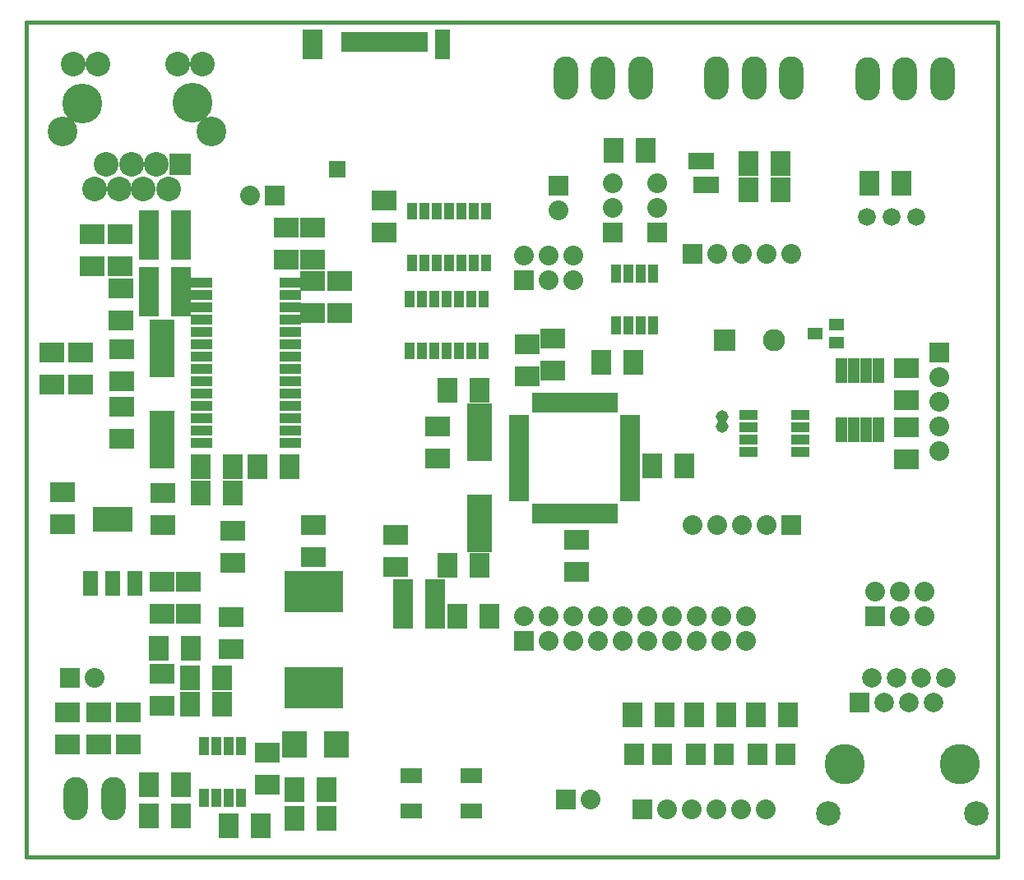
<source format=gts>
G04 (created by PCBNEW (2013-jul-07)-stable) date ven. 28 nov. 2014 17:47:18 CET*
%MOIN*%
G04 Gerber Fmt 3.4, Leading zero omitted, Abs format*
%FSLAX34Y34*%
G01*
G70*
G90*
G04 APERTURE LIST*
%ADD10C,0.00590551*%
%ADD11C,0.015*%
%ADD12R,0.0476X0.0791*%
%ADD13R,0.0791X0.1224*%
%ADD14R,0.0594X0.1224*%
%ADD15R,0.0672X0.0672*%
%ADD16R,0.0987X0.2365*%
%ADD17R,0.036X0.08*%
%ADD18R,0.08X0.036*%
%ADD19R,0.1X0.08*%
%ADD20R,0.08X0.1*%
%ADD21R,0.08X0.08*%
%ADD22C,0.08*%
%ADD23R,0.0829X0.0909*%
%ADD24R,0.1184X0.1716*%
%ADD25R,0.164X0.1*%
%ADD26R,0.06X0.1*%
%ADD27R,0.0436X0.0751*%
%ADD28R,0.04X0.065*%
%ADD29R,0.0909X0.0633*%
%ADD30O,0.098X0.176*%
%ADD31C,0.1617*%
%ADD32R,0.09X0.09*%
%ADD33C,0.1*%
%ADD34C,0.12*%
%ADD35R,0.0987X0.1106*%
%ADD36R,0.058X0.07*%
%ADD37R,0.046X0.1*%
%ADD38C,0.072*%
%ADD39C,0.1637*%
%ADD40R,0.0791X0.0791*%
%ADD41C,0.0791*%
%ADD42C,0.0987402*%
%ADD43R,0.0751X0.0436*%
%ADD44R,0.0594X0.0515*%
%ADD45C,0.09*%
%ADD46C,0.0514961*%
%ADD47R,0.0908661X0.04*%
G04 APERTURE END LIST*
G54D10*
G54D11*
X52362Y-44488D02*
X12992Y-44488D01*
X52362Y-10629D02*
X52362Y-44488D01*
X52362Y-10629D02*
X12992Y-10629D01*
X12992Y-44488D02*
X12992Y-10629D01*
G54D12*
X25990Y-11430D03*
X26423Y-11430D03*
X26856Y-11430D03*
X27289Y-11430D03*
X27722Y-11430D03*
X28156Y-11430D03*
X28589Y-11430D03*
X29022Y-11430D03*
G54D13*
X24612Y-11509D03*
G54D14*
X29848Y-11509D03*
G54D15*
X25596Y-16588D03*
G54D16*
X31367Y-27238D03*
X31367Y-30938D03*
G54D17*
X35225Y-26051D03*
X34910Y-26051D03*
X34595Y-26051D03*
X34280Y-26051D03*
X33965Y-26051D03*
X33650Y-26051D03*
X35540Y-26051D03*
X35855Y-26051D03*
X36170Y-26051D03*
X36485Y-26051D03*
X36800Y-26051D03*
X35225Y-30551D03*
X34910Y-30551D03*
X34595Y-30551D03*
X34280Y-30551D03*
X33965Y-30551D03*
X33650Y-30551D03*
X35540Y-30551D03*
X35855Y-30551D03*
X36170Y-30551D03*
X36485Y-30551D03*
X36800Y-30551D03*
G54D18*
X32975Y-28301D03*
X37475Y-28301D03*
X32975Y-28616D03*
X37475Y-28616D03*
X37475Y-28931D03*
X32975Y-28931D03*
X32975Y-29246D03*
X37475Y-29246D03*
X37475Y-29561D03*
X32975Y-29561D03*
X32975Y-29876D03*
X37475Y-29876D03*
X37475Y-27986D03*
X32975Y-27986D03*
X32975Y-27671D03*
X37475Y-27671D03*
X37475Y-27356D03*
X32975Y-27356D03*
X32975Y-27041D03*
X37475Y-27041D03*
X37475Y-26726D03*
X32975Y-26726D03*
G54D19*
X48650Y-24650D03*
X48650Y-25950D03*
X48650Y-28350D03*
X48650Y-27050D03*
X34330Y-23444D03*
X34330Y-24744D03*
G54D20*
X36279Y-24409D03*
X37579Y-24409D03*
X42550Y-38700D03*
X43850Y-38700D03*
G54D19*
X35300Y-32900D03*
X35300Y-31600D03*
G54D20*
X31350Y-32650D03*
X30050Y-32650D03*
X31350Y-25550D03*
X30050Y-25550D03*
X38350Y-28600D03*
X39650Y-28600D03*
G54D19*
X29650Y-28300D03*
X29650Y-27000D03*
G54D21*
X44000Y-31000D03*
G54D22*
X43000Y-31000D03*
X42000Y-31000D03*
X41000Y-31000D03*
X40000Y-31000D03*
G54D21*
X50000Y-24000D03*
G54D22*
X50000Y-25000D03*
X50000Y-26000D03*
X50000Y-27000D03*
X50000Y-28000D03*
G54D21*
X34850Y-42150D03*
G54D22*
X35850Y-42150D03*
G54D21*
X37975Y-42550D03*
G54D22*
X38975Y-42550D03*
X39975Y-42550D03*
X40975Y-42550D03*
X41975Y-42550D03*
X42975Y-42550D03*
G54D23*
X43759Y-40300D03*
X42641Y-40300D03*
G54D21*
X47400Y-34700D03*
G54D22*
X47400Y-33700D03*
X48400Y-34700D03*
X48400Y-33700D03*
X49400Y-34700D03*
X49400Y-33700D03*
G54D24*
X24054Y-37628D03*
X25236Y-37628D03*
X25236Y-33710D03*
X24054Y-33710D03*
G54D25*
X16506Y-30768D03*
G54D26*
X16506Y-33368D03*
X17406Y-33368D03*
X15606Y-33368D03*
G54D27*
X21694Y-42073D03*
X21694Y-39973D03*
X21194Y-42073D03*
X20694Y-42073D03*
X20194Y-42073D03*
X21194Y-39973D03*
X20694Y-39973D03*
X20194Y-39973D03*
G54D28*
X28519Y-23934D03*
X29019Y-23934D03*
X29519Y-23934D03*
X30019Y-23934D03*
X30519Y-23934D03*
X31019Y-23934D03*
X31519Y-23934D03*
X31519Y-21834D03*
X31019Y-21834D03*
X30519Y-21834D03*
X30019Y-21834D03*
X29519Y-21834D03*
X29019Y-21834D03*
X28519Y-21834D03*
G54D20*
X20925Y-38287D03*
X19625Y-38287D03*
G54D19*
X18503Y-38346D03*
X18503Y-37046D03*
X18500Y-33325D03*
X18500Y-34625D03*
G54D20*
X23857Y-41732D03*
X25157Y-41732D03*
X19625Y-37204D03*
X20925Y-37204D03*
X19646Y-36023D03*
X18346Y-36023D03*
X21200Y-43208D03*
X22500Y-43208D03*
X23857Y-42913D03*
X25157Y-42913D03*
X28250Y-33700D03*
X29550Y-33700D03*
G54D19*
X21350Y-32550D03*
X21350Y-31250D03*
X27950Y-32700D03*
X27950Y-31400D03*
X24645Y-32303D03*
X24645Y-31003D03*
X17125Y-39921D03*
X17125Y-38621D03*
G54D20*
X17952Y-42814D03*
X19252Y-42814D03*
G54D19*
X24606Y-22401D03*
X24606Y-21101D03*
X16850Y-23864D03*
X16850Y-25164D03*
X16850Y-27526D03*
X16850Y-26226D03*
G54D20*
X19250Y-22050D03*
X17950Y-22050D03*
X19250Y-21050D03*
X17950Y-21050D03*
X20050Y-29700D03*
X21350Y-29700D03*
G54D19*
X16830Y-22697D03*
X16830Y-21397D03*
G54D20*
X21350Y-28650D03*
X20050Y-28650D03*
G54D19*
X23523Y-20236D03*
X23523Y-18936D03*
X25688Y-22401D03*
X25688Y-21101D03*
X19550Y-33325D03*
X19550Y-34625D03*
X24606Y-20236D03*
X24606Y-18936D03*
X15650Y-19200D03*
X15650Y-20500D03*
X16800Y-20500D03*
X16800Y-19200D03*
G54D20*
X17950Y-19750D03*
X19250Y-19750D03*
X17950Y-18750D03*
X19250Y-18750D03*
G54D19*
X14015Y-25322D03*
X14015Y-24022D03*
X15196Y-25322D03*
X15196Y-24022D03*
X15944Y-39921D03*
X15944Y-38621D03*
X18543Y-31004D03*
X18543Y-29704D03*
G54D20*
X17952Y-41535D03*
X19252Y-41535D03*
G54D19*
X33307Y-23680D03*
X33307Y-24980D03*
G54D20*
X31752Y-34724D03*
X30452Y-34724D03*
X28247Y-34724D03*
X29547Y-34724D03*
G54D19*
X14665Y-39921D03*
X14665Y-38621D03*
X21300Y-34750D03*
X21300Y-36050D03*
X22775Y-41550D03*
X22775Y-40250D03*
X27500Y-19150D03*
X27500Y-17850D03*
G54D29*
X28580Y-41172D03*
X31020Y-41172D03*
X31020Y-42628D03*
X28580Y-42628D03*
G54D16*
X18503Y-23845D03*
X18503Y-27545D03*
G54D21*
X33150Y-21070D03*
G54D22*
X33150Y-20070D03*
X34150Y-21070D03*
X34150Y-20070D03*
X35150Y-21070D03*
X35150Y-20070D03*
G54D21*
X14755Y-37204D03*
G54D22*
X15755Y-37204D03*
G54D30*
X14998Y-42125D03*
X16513Y-42125D03*
G54D31*
X15256Y-13898D03*
X19744Y-13879D03*
G54D32*
X19232Y-16379D03*
G54D33*
X18760Y-17383D03*
X18248Y-16379D03*
X17736Y-17383D03*
X17264Y-16379D03*
X16752Y-17383D03*
X16240Y-16379D03*
X15768Y-17383D03*
X20118Y-12304D03*
X19114Y-12304D03*
X15886Y-12304D03*
X14882Y-12304D03*
G54D34*
X20512Y-15060D03*
X14449Y-15060D03*
G54D35*
X25570Y-39921D03*
X23878Y-39921D03*
G54D23*
X38759Y-40300D03*
X37641Y-40300D03*
G54D20*
X37550Y-38700D03*
X38850Y-38700D03*
X38100Y-15800D03*
X36800Y-15800D03*
G54D36*
X40301Y-17224D03*
X40801Y-17224D03*
X40104Y-16240D03*
X40604Y-16240D03*
G54D20*
X42263Y-17401D03*
X43563Y-17401D03*
X42263Y-16338D03*
X43563Y-16338D03*
G54D28*
X28618Y-20391D03*
X29118Y-20391D03*
X29618Y-20391D03*
X30118Y-20391D03*
X30618Y-20391D03*
X31118Y-20391D03*
X31618Y-20391D03*
X31618Y-18291D03*
X31118Y-18291D03*
X30618Y-18291D03*
X30118Y-18291D03*
X29618Y-18291D03*
X29118Y-18291D03*
X28618Y-18291D03*
G54D20*
X23650Y-28650D03*
X22350Y-28650D03*
G54D19*
X14448Y-30964D03*
X14448Y-29664D03*
G54D37*
X46020Y-27160D03*
X46520Y-27160D03*
X47020Y-27160D03*
X47520Y-27160D03*
X47520Y-24740D03*
X47020Y-24740D03*
X46520Y-24740D03*
X46020Y-24740D03*
G54D20*
X47160Y-17160D03*
X48460Y-17160D03*
G54D30*
X37893Y-12893D03*
X36377Y-12893D03*
X34862Y-12893D03*
G54D21*
X34550Y-17250D03*
G54D22*
X34550Y-18250D03*
G54D30*
X50118Y-12913D03*
X48602Y-12913D03*
X47086Y-12913D03*
G54D21*
X33150Y-35700D03*
G54D22*
X33150Y-34700D03*
X34150Y-35700D03*
X34150Y-34700D03*
X35150Y-35700D03*
X35150Y-34700D03*
X36150Y-35700D03*
X36150Y-34700D03*
X37150Y-35700D03*
X37150Y-34700D03*
X38150Y-35700D03*
X38150Y-34700D03*
X39150Y-35700D03*
X39150Y-34700D03*
X40150Y-35700D03*
X40150Y-34700D03*
X41150Y-35700D03*
X41150Y-34700D03*
X42150Y-35700D03*
X42150Y-34700D03*
G54D38*
X49075Y-18525D03*
X48075Y-18525D03*
X47075Y-18525D03*
G54D23*
X41259Y-40300D03*
X40141Y-40300D03*
G54D20*
X40050Y-38700D03*
X41350Y-38700D03*
G54D21*
X40000Y-20000D03*
G54D22*
X41000Y-20000D03*
X42000Y-20000D03*
X43000Y-20000D03*
X44000Y-20000D03*
G54D30*
X43996Y-12893D03*
X42480Y-12893D03*
X40964Y-12893D03*
G54D39*
X50838Y-40700D03*
X46165Y-40700D03*
G54D40*
X46750Y-38200D03*
G54D41*
X47250Y-37200D03*
X47750Y-38200D03*
X48250Y-37200D03*
X48750Y-38200D03*
X49250Y-37200D03*
X49750Y-38200D03*
X50250Y-37200D03*
G54D42*
X45500Y-42700D03*
X51500Y-42700D03*
G54D43*
X44350Y-26550D03*
X42250Y-26550D03*
X44350Y-27050D03*
X44350Y-27550D03*
X44350Y-28050D03*
X42250Y-27050D03*
X42250Y-27550D03*
X42250Y-28050D03*
G54D21*
X38550Y-19150D03*
G54D22*
X38550Y-18150D03*
X38550Y-17150D03*
G54D21*
X36750Y-19150D03*
G54D22*
X36750Y-18150D03*
X36750Y-17150D03*
G54D44*
X44967Y-23250D03*
X45833Y-22875D03*
X45833Y-23625D03*
G54D32*
X41300Y-23500D03*
G54D45*
X43300Y-23500D03*
G54D46*
X41200Y-27000D03*
X41200Y-26600D03*
G54D27*
X38400Y-22900D03*
X38400Y-20800D03*
X37900Y-22900D03*
X37400Y-22900D03*
X36900Y-22900D03*
X37900Y-20800D03*
X37400Y-20800D03*
X36900Y-20800D03*
G54D21*
X23050Y-17650D03*
G54D22*
X22050Y-17650D03*
G54D47*
X23689Y-27685D03*
X23689Y-27185D03*
X23689Y-26685D03*
X23689Y-26185D03*
X23689Y-25685D03*
X23689Y-25185D03*
X23689Y-24685D03*
X23689Y-24185D03*
X23689Y-23685D03*
X23689Y-23185D03*
X23689Y-22685D03*
X23689Y-22185D03*
X23689Y-21685D03*
X23689Y-21185D03*
X20089Y-21185D03*
X20089Y-21685D03*
X20089Y-22185D03*
X20089Y-22685D03*
X20089Y-23185D03*
X20089Y-23685D03*
X20089Y-24185D03*
X20089Y-24685D03*
X20089Y-25185D03*
X20089Y-25685D03*
X20089Y-26185D03*
X20089Y-26685D03*
X20089Y-27185D03*
X20089Y-27685D03*
M02*

</source>
